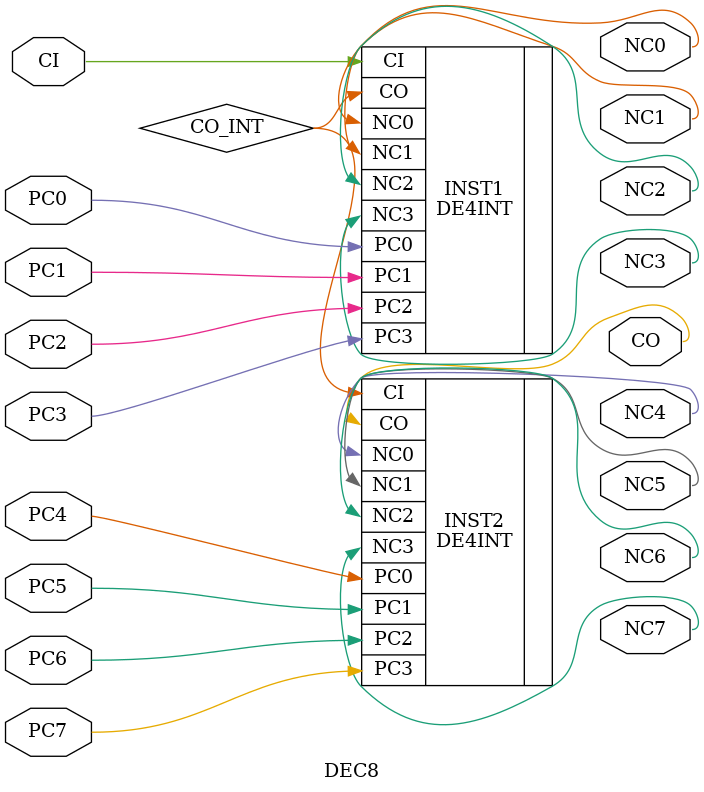
<source format=v>
`resetall
`timescale 1 ns / 100 ps

`celldefine

module DEC8 (CI, PC0, PC1, PC2, PC3, PC4, PC5, PC6, 
       PC7, CO, NC0, NC1, NC2, NC3, NC4, NC5, NC6, 
       NC7);
input  CI, PC0, PC1, PC2, PC3, PC4, PC5, PC6, PC7;
output CO, NC0, NC1, NC2, NC3, NC4, NC5, NC6, NC7;
DE4INT INST1 (.CI(CI), .PC0(PC0), .PC1(PC1), .PC2(PC2), .PC3(
      PC3), .CO(CO_INT), .NC0(NC0), .NC1(NC1), .NC2(NC2),
      .NC3(NC3));
DE4INT INST2 (.CI(CO_INT), .PC0(PC4), .PC1(PC5), .PC2(PC6),
      .PC3(PC7), .CO(CO), .NC0(NC4), .NC1(NC5), .NC2(
      NC6), .NC3(NC7));


endmodule

`endcelldefine

</source>
